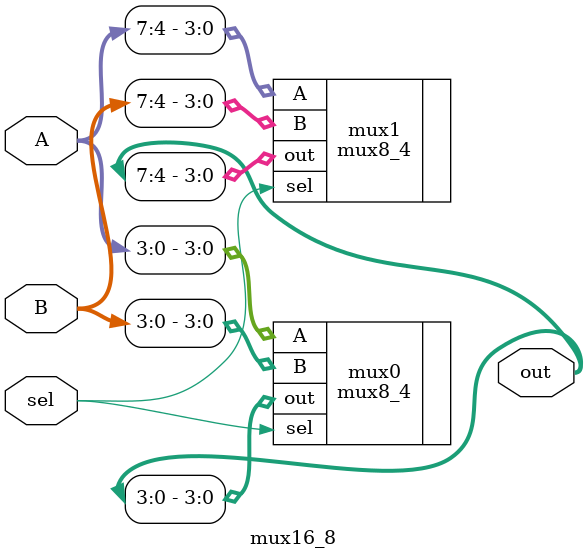
<source format=v>
module mux16_8 (A, B, sel, out);

    input [7:0] A;
    input [7:0] B;
    input sel;
    
    output [7:0] out;
    
    mux8_4 mux0 (.A(A[3:0]), .B(B[3:0]), .sel(sel), .out(out[3:0]));
    mux8_4 mux1 (.A(A[7:4]), .B(B[7:4]), .sel(sel), .out(out[7:4]));
    
endmodule

</source>
